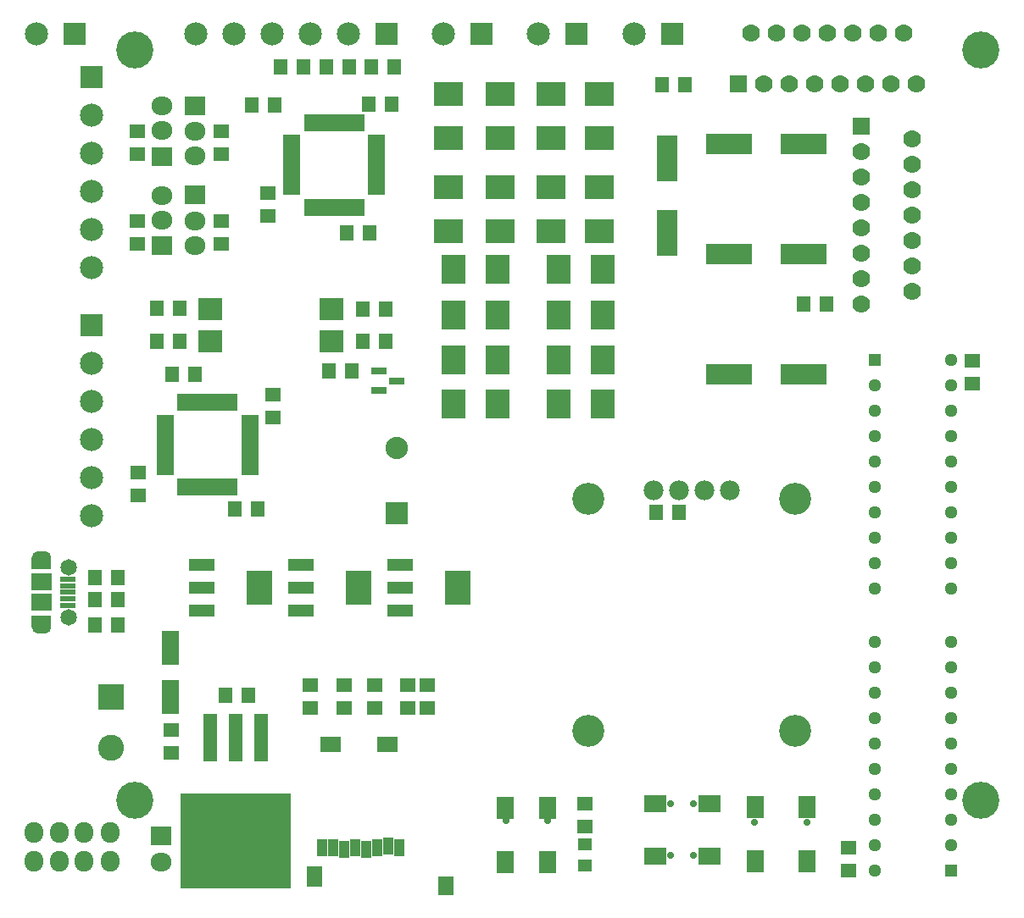
<source format=gts>
G04*
G04 #@! TF.GenerationSoftware,Altium Limited,Altium Designer,21.2.1 (34)*
G04*
G04 Layer_Color=8388736*
%FSTAX24Y24*%
%MOIN*%
G70*
G04*
G04 #@! TF.SameCoordinates,5BC75E6B-F5FC-40A1-8AA7-6D38C453C1D6*
G04*
G04*
G04 #@! TF.FilePolarity,Negative*
G04*
G01*
G75*
%ADD37R,0.0920X0.0860*%
%ADD42O,0.0750X0.0480*%
%ADD46R,0.0580X0.0630*%
%ADD47R,0.1160X0.0930*%
%ADD48R,0.1812X0.0789*%
%ADD49R,0.0789X0.1812*%
%ADD50R,0.0930X0.1160*%
%ADD51R,0.0630X0.0580*%
%ADD52R,0.0671X0.0867*%
%ADD53R,0.0867X0.0671*%
%ADD54R,0.0552X0.0513*%
%ADD55R,0.0631X0.0780*%
%ADD56R,0.0395X0.0671*%
%ADD57R,0.0789X0.0631*%
%ADD58R,0.0631X0.0828*%
%ADD59R,0.1025X0.0474*%
%ADD60R,0.1025X0.1379*%
%ADD61R,0.0600X0.0300*%
%ADD62R,0.0660X0.0190*%
%ADD63R,0.0190X0.0660*%
%ADD64R,0.0610X0.0240*%
%ADD65R,0.0830X0.0670*%
%ADD66R,0.0710X0.1320*%
%ADD67R,0.0533X0.1891*%
%ADD68R,0.4332X0.3781*%
%ADD69R,0.0907X0.0907*%
%ADD70C,0.0907*%
%ADD71R,0.0700X0.0700*%
%ADD72C,0.0700*%
%ADD73R,0.0510X0.0510*%
%ADD74C,0.0510*%
%ADD75R,0.0880X0.0880*%
%ADD76C,0.0880*%
%ADD77R,0.0907X0.0907*%
%ADD78O,0.0830X0.0730*%
%ADD79R,0.0830X0.0730*%
%ADD80C,0.0650*%
%ADD81C,0.0320*%
%ADD82O,0.0730X0.0830*%
%ADD83C,0.0780*%
%ADD84C,0.1458*%
%ADD85C,0.1025*%
%ADD86R,0.1025X0.1025*%
%ADD87R,0.0700X0.0700*%
%ADD88C,0.1261*%
%ADD89C,0.0280*%
G36*
X010922Y023812D02*
X011672D01*
Y023352D01*
X010922D01*
Y023812D01*
D02*
G37*
G36*
Y025648D02*
X011672D01*
Y026108D01*
X010922D01*
Y025648D01*
D02*
G37*
D37*
X022722Y035872D02*
D03*
Y034622D02*
D03*
X01793Y035865D02*
D03*
Y034615D02*
D03*
D42*
X011297Y026108D02*
D03*
Y023352D02*
D03*
D46*
X0366Y04471D02*
D03*
X0357D02*
D03*
X04217Y03607D02*
D03*
X04127D02*
D03*
X02262Y03343D02*
D03*
X02352D02*
D03*
X02484Y03462D02*
D03*
X02394D02*
D03*
X02484Y03586D02*
D03*
X02394D02*
D03*
X02518Y04541D02*
D03*
X02428D02*
D03*
X02418Y04394D02*
D03*
X02508D02*
D03*
X02251Y04541D02*
D03*
X02341D02*
D03*
X02161D02*
D03*
X02071D02*
D03*
X02048Y04391D02*
D03*
X01958D02*
D03*
X01585Y03589D02*
D03*
X01675D02*
D03*
Y03461D02*
D03*
X01585D02*
D03*
X01645Y03331D02*
D03*
X01735D02*
D03*
X01982Y028D02*
D03*
X01892D02*
D03*
X0143Y02531D02*
D03*
X0134D02*
D03*
X0143Y02443D02*
D03*
X0134D02*
D03*
X0143Y02344D02*
D03*
X0134D02*
D03*
X01944Y02066D02*
D03*
X01854D02*
D03*
X03638Y02786D02*
D03*
X03548D02*
D03*
X02331Y03886D02*
D03*
X02421D02*
D03*
D47*
X03325Y042613D02*
D03*
Y044345D02*
D03*
X031351Y042613D02*
D03*
Y044345D02*
D03*
X029353D02*
D03*
Y042613D02*
D03*
X027324D02*
D03*
Y044345D02*
D03*
X03325Y040656D02*
D03*
Y038924D02*
D03*
X031341D02*
D03*
Y040656D02*
D03*
X029353Y038924D02*
D03*
Y040656D02*
D03*
X027324Y038924D02*
D03*
Y040656D02*
D03*
D48*
X038353Y03805D02*
D03*
X041267D02*
D03*
X038353Y04236D02*
D03*
X041267D02*
D03*
Y0333D02*
D03*
X038353D02*
D03*
D49*
X03591Y038887D02*
D03*
Y0418D02*
D03*
D50*
X027497Y03387D02*
D03*
X029229D02*
D03*
X027497Y03565D02*
D03*
X029229D02*
D03*
X027497Y03745D02*
D03*
X029229D02*
D03*
X031643D02*
D03*
X033375D02*
D03*
X031643Y03565D02*
D03*
X033375D02*
D03*
X031643Y03387D02*
D03*
X033375D02*
D03*
X029229Y03214D02*
D03*
X027497D02*
D03*
X031643D02*
D03*
X033375D02*
D03*
D51*
X04791Y03295D02*
D03*
Y03385D02*
D03*
X04303Y01377D02*
D03*
Y01467D02*
D03*
X03269Y01552D02*
D03*
Y01642D02*
D03*
X02647Y02106D02*
D03*
Y02016D02*
D03*
X02571D02*
D03*
Y02106D02*
D03*
X02441D02*
D03*
Y02016D02*
D03*
X02322Y02106D02*
D03*
Y02016D02*
D03*
X02189Y02106D02*
D03*
Y02016D02*
D03*
X02041Y03251D02*
D03*
Y03161D02*
D03*
X020225Y03955D02*
D03*
Y04045D02*
D03*
X01836Y04288D02*
D03*
Y04198D02*
D03*
X01508Y04288D02*
D03*
Y04198D02*
D03*
X01836Y03935D02*
D03*
Y03845D02*
D03*
X01508D02*
D03*
Y03935D02*
D03*
X01511Y02855D02*
D03*
Y02945D02*
D03*
X01641Y01842D02*
D03*
Y01932D02*
D03*
D52*
X04141Y016263D02*
D03*
Y014137D02*
D03*
X03936Y016263D02*
D03*
Y014137D02*
D03*
X03121Y016243D02*
D03*
Y014117D02*
D03*
X029553D02*
D03*
Y016243D02*
D03*
D53*
X035447Y0164D02*
D03*
X037573D02*
D03*
X035447Y01435D02*
D03*
X037573D02*
D03*
D54*
X03269Y013987D02*
D03*
Y014813D02*
D03*
D55*
X027214Y013156D02*
D03*
D56*
X025383Y014671D02*
D03*
X02495Y01475D02*
D03*
X024517Y014671D02*
D03*
X023651D02*
D03*
X023218Y014593D02*
D03*
X022785Y014671D02*
D03*
X022352D02*
D03*
X024084Y014593D02*
D03*
D57*
X022667Y018726D02*
D03*
X024911D02*
D03*
D58*
X022037Y013549D02*
D03*
D59*
X0254Y025808D02*
D03*
Y024902D02*
D03*
Y023997D02*
D03*
X017608Y025808D02*
D03*
Y024902D02*
D03*
Y023997D02*
D03*
X021508D02*
D03*
Y024902D02*
D03*
Y025808D02*
D03*
D60*
X027683Y024902D02*
D03*
X019892D02*
D03*
X023792D02*
D03*
D61*
X024578Y033425D02*
D03*
Y032675D02*
D03*
X025284Y03305D02*
D03*
D62*
X021155Y040457D02*
D03*
Y040654D02*
D03*
Y040851D02*
D03*
Y041048D02*
D03*
Y041245D02*
D03*
Y041442D02*
D03*
Y041638D02*
D03*
Y041835D02*
D03*
Y042032D02*
D03*
Y042229D02*
D03*
Y042426D02*
D03*
Y042623D02*
D03*
X024475D02*
D03*
Y042426D02*
D03*
Y042229D02*
D03*
Y042032D02*
D03*
Y041835D02*
D03*
Y041638D02*
D03*
Y041442D02*
D03*
Y041245D02*
D03*
Y041048D02*
D03*
Y040851D02*
D03*
Y040654D02*
D03*
Y040457D02*
D03*
X0195Y030038D02*
D03*
Y030432D02*
D03*
Y030235D02*
D03*
Y029447D02*
D03*
Y029841D02*
D03*
Y029644D02*
D03*
X01618Y030235D02*
D03*
Y030038D02*
D03*
Y029644D02*
D03*
Y029447D02*
D03*
Y029841D02*
D03*
X0195Y031416D02*
D03*
Y031219D02*
D03*
Y031613D02*
D03*
Y030628D02*
D03*
Y031022D02*
D03*
Y030825D02*
D03*
X01618Y031416D02*
D03*
Y031219D02*
D03*
Y031613D02*
D03*
Y030628D02*
D03*
Y030432D02*
D03*
Y031022D02*
D03*
Y030825D02*
D03*
D63*
X021732Y0432D02*
D03*
X021929D02*
D03*
X022126D02*
D03*
X022323D02*
D03*
X02252D02*
D03*
X022717D02*
D03*
X022913D02*
D03*
X02311D02*
D03*
X023307D02*
D03*
X023504D02*
D03*
X023701D02*
D03*
X023898D02*
D03*
Y03988D02*
D03*
X023701D02*
D03*
X023504D02*
D03*
X023307D02*
D03*
X02311D02*
D03*
X022913D02*
D03*
X022717D02*
D03*
X02252D02*
D03*
X022323D02*
D03*
X022126D02*
D03*
X021929D02*
D03*
X021732D02*
D03*
X018923Y02887D02*
D03*
X018332D02*
D03*
X018135D02*
D03*
X018726D02*
D03*
X018529D02*
D03*
X017348D02*
D03*
X017742D02*
D03*
X017545D02*
D03*
X016954D02*
D03*
X016757D02*
D03*
X017151D02*
D03*
X017938D02*
D03*
X018923Y03219D02*
D03*
X018726D02*
D03*
X018135D02*
D03*
X017938D02*
D03*
X018529D02*
D03*
X018332D02*
D03*
X017545D02*
D03*
X017348D02*
D03*
X017742D02*
D03*
X016954D02*
D03*
X016757D02*
D03*
X017151D02*
D03*
D64*
X01235Y025242D02*
D03*
Y024986D02*
D03*
Y02473D02*
D03*
Y024474D02*
D03*
Y024218D02*
D03*
D65*
X011297Y025124D02*
D03*
Y024336D02*
D03*
D66*
X01639Y020595D02*
D03*
Y022525D02*
D03*
D67*
X01993Y019015D02*
D03*
X01893D02*
D03*
X01793D02*
D03*
D68*
X01893Y01493D02*
D03*
D69*
X036102Y046721D02*
D03*
X032356D02*
D03*
X02861D02*
D03*
X02488D02*
D03*
X012605D02*
D03*
D70*
X034602D02*
D03*
X030856D02*
D03*
X027111D02*
D03*
X01738D02*
D03*
X01888D02*
D03*
X02188D02*
D03*
X02338D02*
D03*
X02038D02*
D03*
X011105D02*
D03*
X01327Y04049D02*
D03*
Y04349D02*
D03*
Y04199D02*
D03*
Y03899D02*
D03*
Y03749D02*
D03*
Y02773D02*
D03*
Y02923D02*
D03*
Y03223D02*
D03*
Y03373D02*
D03*
Y03073D02*
D03*
D71*
X04355Y04308D02*
D03*
D72*
X04555Y04258D02*
D03*
X04355Y04208D02*
D03*
X04555Y04158D02*
D03*
X04355Y04108D02*
D03*
X04555Y04058D02*
D03*
X04355Y04008D02*
D03*
X04555Y03958D02*
D03*
X04355Y03908D02*
D03*
X04555Y03858D02*
D03*
X04355Y03808D02*
D03*
X04555Y03758D02*
D03*
X04355Y03708D02*
D03*
X04555Y03658D02*
D03*
X04355Y03608D02*
D03*
X04572Y04473D02*
D03*
X04522Y04673D02*
D03*
X04472Y04473D02*
D03*
X04422Y04673D02*
D03*
X04372Y04473D02*
D03*
X04322Y04673D02*
D03*
X04272Y04473D02*
D03*
X04222Y04673D02*
D03*
X04172Y04473D02*
D03*
X04122Y04673D02*
D03*
X04072Y04473D02*
D03*
X04022Y04673D02*
D03*
X03972Y04473D02*
D03*
X03922Y04673D02*
D03*
D73*
X04406Y03386D02*
D03*
X04706Y01377D02*
D03*
D74*
X04406Y03286D02*
D03*
Y03186D02*
D03*
Y03086D02*
D03*
Y02986D02*
D03*
Y02886D02*
D03*
Y02786D02*
D03*
Y02686D02*
D03*
Y02586D02*
D03*
Y02486D02*
D03*
X04706D02*
D03*
Y02586D02*
D03*
Y02686D02*
D03*
Y02786D02*
D03*
Y02886D02*
D03*
Y02986D02*
D03*
Y03086D02*
D03*
Y03186D02*
D03*
Y03286D02*
D03*
Y03386D02*
D03*
X04406Y01377D02*
D03*
Y01477D02*
D03*
Y01577D02*
D03*
Y01677D02*
D03*
Y01777D02*
D03*
Y01877D02*
D03*
Y01977D02*
D03*
Y02077D02*
D03*
Y02177D02*
D03*
Y02277D02*
D03*
X04706D02*
D03*
Y02177D02*
D03*
Y02077D02*
D03*
Y01977D02*
D03*
Y01877D02*
D03*
Y01777D02*
D03*
Y01677D02*
D03*
Y01577D02*
D03*
Y01477D02*
D03*
D75*
X02528Y027851D02*
D03*
D76*
Y03041D02*
D03*
D77*
X01327Y04499D02*
D03*
Y03523D02*
D03*
D78*
X01604Y04387D02*
D03*
Y04289D02*
D03*
X01734Y04287D02*
D03*
Y04189D02*
D03*
Y03935D02*
D03*
Y03837D02*
D03*
X01604Y03937D02*
D03*
Y04035D02*
D03*
X016Y01412D02*
D03*
D79*
X01604Y04188D02*
D03*
X01734Y04388D02*
D03*
Y04036D02*
D03*
X01604Y03836D02*
D03*
X016Y01513D02*
D03*
D80*
X01236Y025714D02*
D03*
Y023746D02*
D03*
D81*
X011432Y026108D02*
D03*
X011162D02*
D03*
X011432Y023352D02*
D03*
X011162D02*
D03*
D82*
X011Y01526D02*
D03*
X01201D02*
D03*
X01299D02*
D03*
X014D02*
D03*
X011Y01413D02*
D03*
X01201D02*
D03*
X01299D02*
D03*
X014D02*
D03*
D83*
X03538Y02874D02*
D03*
X03638D02*
D03*
X03738D02*
D03*
X03838D02*
D03*
D84*
X014961Y016537D02*
D03*
X04825D02*
D03*
Y046063D02*
D03*
X014961D02*
D03*
D85*
X014045Y01862D02*
D03*
D86*
Y02062D02*
D03*
D87*
X03872Y04473D02*
D03*
D88*
X032805Y019256D02*
D03*
Y02839D02*
D03*
X040955D02*
D03*
Y019256D02*
D03*
D89*
X03603Y0164D02*
D03*
X03693D02*
D03*
Y01436D02*
D03*
X03603D02*
D03*
X04141Y01567D02*
D03*
X03935D02*
D03*
X02956Y01575D02*
D03*
X03122D02*
D03*
M02*

</source>
